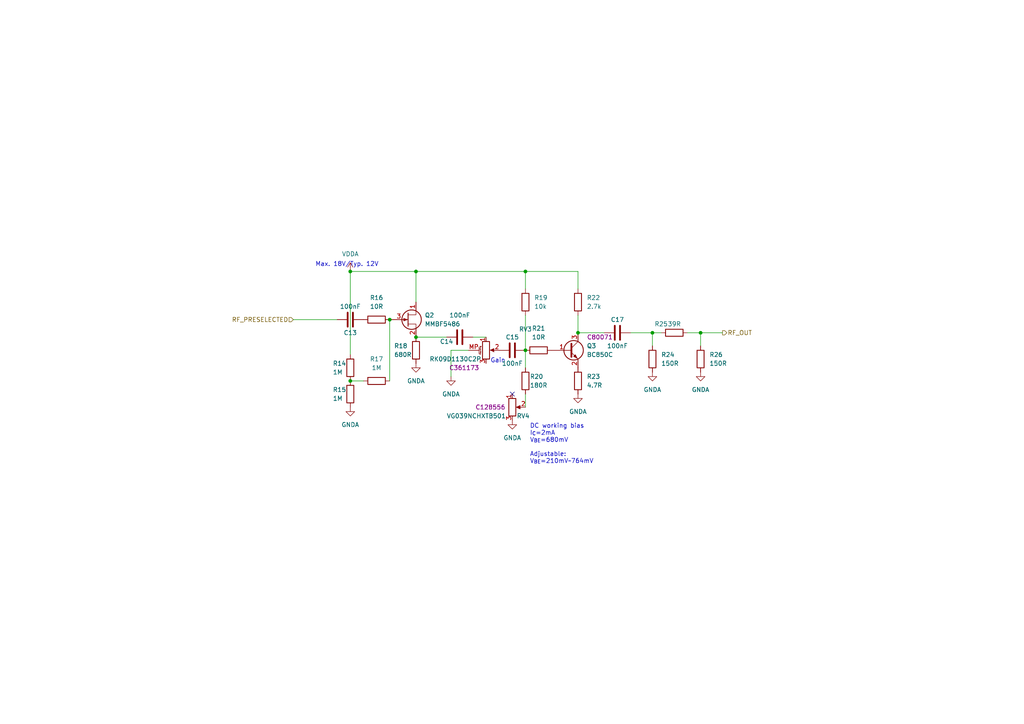
<source format=kicad_sch>
(kicad_sch (version 20211123) (generator eeschema)
  (paper "A4")
  (title_block (title "Pre-amplifier") (rev "A0") (company "imi415"))
  (lib_symbols
    (symbol "Device:C" (pin_numbers hide) (pin_names (offset 0.254))
      (property "Reference" "C" (at 0.635 2.54 0))
      (property "Value" "C" (at 0.635 -2.54 0))
      (symbol "C_0_1"
        (polyline (pts (xy -2.032 -0.762) (xy 2.032 -0.762)) (stroke (width 0.508)))
        (polyline (pts (xy -2.032 0.762) (xy 2.032 0.762)) (stroke (width 0.508)))
      )
      (symbol "C_1_1"
        (pin passive line (at 0 3.81 270) (length 2.794) (name "~") (number "1"))
        (pin passive line (at 0 -3.81 90) (length 2.794) (name "~") (number "2"))
      )
    )
    (symbol "Device:Q_NJFET_DSG" (pin_names (offset 0) hide)
      (property "Reference" "Q" (at 5.08 1.27 0))
      (property "Value" "Q_NJFET_DSG" (at 5.08 -1.27 0))
      (symbol "Q_NJFET_DSG_0_1"
        (polyline (pts (xy 0.254 1.905) (xy 0.254 -1.905) (xy 0.254 -1.905)) (stroke (width 0.254)))
        (polyline (pts (xy 2.54 -2.54) (xy 2.54 -1.27) (xy 0.254 -1.27)))
        (polyline (pts (xy 2.54 2.54) (xy 2.54 1.397) (xy 0.254 1.397)))
        (polyline (pts (xy 0 0) (xy -1.016 0.381) (xy -1.016 -0.381) (xy 0 0)) (fill (type outline)))
        (circle (center 1.27 0) (radius 2.8194) (stroke (width 0.254)))
      )
      (symbol "Q_NJFET_DSG_1_1"
        (pin passive line (at 2.54 5.08 270) (length 2.54) (name "D") (number "1"))
        (pin passive line (at 2.54 -5.08 90) (length 2.54) (name "S") (number "2"))
        (pin input line (at -5.08 0 0) (length 5.334) (name "G") (number "3"))
      )
    )
    (symbol "Device:Q_NPN_BEC" (pin_names (offset 0) hide)
      (property "Reference" "Q" (at 5.08 1.27 0))
      (property "Value" "Q_NPN_BEC" (at 5.08 -1.27 0))
      (symbol "Q_NPN_BEC_0_1"
        (polyline (pts (xy 0.635 0.635) (xy 2.54 2.54)))
        (polyline (pts (xy 0.635 -0.635) (xy 2.54 -2.54) (xy 2.54 -2.54)))
        (polyline (pts (xy 0.635 1.905) (xy 0.635 -1.905) (xy 0.635 -1.905)) (stroke (width 0.508)))
        (polyline (pts (xy 1.27 -1.778) (xy 1.778 -1.27) (xy 2.286 -2.286) (xy 1.27 -1.778) (xy 1.27 -1.778)) (fill (type outline)))
        (circle (center 1.27 0) (radius 2.8194) (stroke (width 0.254)))
      )
      (symbol "Q_NPN_BEC_1_1"
        (pin input line (at -5.08 0 0) (length 5.715) (name "B") (number "1"))
        (pin passive line (at 2.54 -5.08 90) (length 2.54) (name "E") (number "2"))
        (pin passive line (at 2.54 5.08 270) (length 2.54) (name "C") (number "3"))
      )
    )
    (symbol "Device:R" (pin_numbers hide) (pin_names (offset 0))
      (property "Reference" "R" (at 2.032 0 90))
      (property "Value" "R" (at 0 0 90))
      (symbol "R_0_1"
        (rectangle (start -1.016 -2.54) (end 1.016 2.54) (stroke (width 0.254)))
      )
      (symbol "R_1_1"
        (pin passive line (at 0 3.81 270) (length 1.27) (name "~") (number "1"))
        (pin passive line (at 0 -3.81 90) (length 1.27) (name "~") (number "2"))
      )
    )
    (symbol "Device:R_Potentiometer" (pin_names (offset 1.016) hide)
      (property "Reference" "RV" (at -4.445 0 90))
      (property "Value" "R_Potentiometer" (at -2.54 0 90))
      (symbol "R_Potentiometer_0_1"
        (polyline (pts (xy 2.54 0) (xy 1.524 0)))
        (polyline (pts (xy 1.143 0) (xy 2.286 0.508) (xy 2.286 -0.508) (xy 1.143 0)) (fill (type outline)))
        (rectangle (start 1.016 2.54) (end -1.016 -2.54) (stroke (width 0.254)))
      )
      (symbol "R_Potentiometer_1_1"
        (pin passive line (at 0 3.81 270) (length 1.27) (name "1") (number "1"))
        (pin passive line (at 3.81 0 180) (length 1.27) (name "2") (number "2"))
        (pin passive line (at 0 -3.81 90) (length 1.27) (name "3") (number "3"))
      )
    )
    (symbol "Device:R_Potentiometer_MountingPin" (pin_names (offset 1.016) hide)
      (property "Reference" "RV" (at -8.255 0 90))
      (property "Value" "R_Potentiometer_MountingPin" (at -6.35 0 90))
      (symbol "R_Potentiometer_MountingPin_0_1"
        (polyline (pts (xy 2.54 0) (xy 1.524 0)))
        (polyline (pts (xy 1.143 0) (xy 2.286 0.508) (xy 2.286 -0.508)) (fill (type outline)))
        (rectangle (start 1.016 2.54) (end -1.016 -2.54) (stroke (width 0.254)))
      )
      (symbol "R_Potentiometer_MountingPin_1_1"
        (polyline (pts (xy -2.032 1.016) (xy -2.032 -1.016)) (stroke (width 0.1524)))
        (text "Mounting" (at -1.651 0 900) (effects (font (size 0.381 0.381))))
        (pin passive line (at 0 3.81 270) (length 1.27) (name "1") (number "1"))
        (pin passive line (at 3.81 0 180) (length 1.27) (name "2") (number "2"))
        (pin passive line (at 0 -3.81 90) (length 1.27) (name "3") (number "3"))
        (pin passive line (at -5.08 0 0) (length 3.048) (name "MountPin") (number "MP"))
      )
    )
    (symbol "power:GNDA" (power) (pin_names (offset 0))
      (property "Value" "GNDA" (at 0 -3.81 0))
      (symbol "GNDA_0_1"
        (polyline (pts (xy 0 0) (xy 0 -1.27) (xy 1.27 -1.27) (xy 0 -2.54) (xy -1.27 -1.27) (xy 0 -1.27)))
      )
      (symbol "GNDA_1_1"
        (pin power_in line (at 0 0 270) (length 0) hide (name "GNDA") (number "1"))
      )
    )
    (symbol "power:VDDA" (power) (pin_names (offset 0))
      (property "Value" "VDDA" (at 0 3.81 0))
      (symbol "VDDA_0_1"
        (polyline (pts (xy -0.762 1.27) (xy 0 2.54)))
        (polyline (pts (xy 0 0) (xy 0 2.54)))
        (polyline (pts (xy 0 2.54) (xy 0.762 1.27)))
      )
      (symbol "VDDA_1_1"
        (pin power_in line (at 0 0 90) (length 0) hide (name "VDDA") (number "1"))
      )
    )
  )
  (junction (at 120.65 78.74))
  (junction (at 167.64 96.52))
  (junction (at 189.23 96.52))
  (junction (at 152.4 78.74))
  (junction (at 203.2 96.52))
  (junction (at 101.6 78.74))
  (junction (at 152.4 101.6))
  (junction (at 113.03 92.71))
  (junction (at 120.65 97.79))
  (junction (at 101.6 110.49))
  (no_connect (at 148.59 114.3))
  (wire (pts (xy 101.6 78.74) (xy 101.6 102.87)))
  (wire (pts (xy 120.65 78.74) (xy 120.65 87.63)))
  (wire (pts (xy 130.81 101.6) (xy 130.81 109.22)))
  (wire (pts (xy 189.23 96.52) (xy 191.77 96.52)))
  (wire (pts (xy 152.4 101.6) (xy 152.4 106.68)))
  (wire (pts (xy 152.4 91.44) (xy 152.4 101.6)))
  (wire (pts (xy 135.89 101.6) (xy 130.81 101.6)))
  (wire (pts (xy 85.09 92.71) (xy 97.79 92.71)))
  (wire (pts (xy 182.88 96.52) (xy 189.23 96.52)))
  (wire (pts (xy 113.03 92.71) (xy 113.03 110.49)))
  (wire (pts (xy 152.4 114.3) (xy 152.4 118.11)))
  (wire (pts (xy 120.65 78.74) (xy 152.4 78.74)))
  (wire (pts (xy 137.16 97.79) (xy 140.97 97.79)))
  (wire (pts (xy 120.65 97.79) (xy 129.54 97.79)))
  (wire (pts (xy 101.6 110.49) (xy 105.41 110.49)))
  (wire (pts (xy 189.23 96.52) (xy 189.23 100.33)))
  (wire (pts (xy 167.64 96.52) (xy 175.26 96.52)))
  (wire (pts (xy 167.64 78.74) (xy 167.64 83.82)))
  (wire (pts (xy 167.64 91.44) (xy 167.64 96.52)))
  (wire (pts (xy 152.4 78.74) (xy 152.4 83.82)))
  (wire (pts (xy 203.2 96.52) (xy 209.55 96.52)))
  (wire (pts (xy 199.39 96.52) (xy 203.2 96.52)))
  (wire (pts (xy 203.2 96.52) (xy 203.2 100.33)))
  (wire (pts (xy 152.4 78.74) (xy 167.64 78.74)))
  (wire (pts (xy 101.6 78.74) (xy 120.65 78.74)))
  (text "DC working bias\nI_{C}=2mA\nV_{BE}=680mV\n\nAdjustable:\nV_{BE}=210mV~764mV" (at 153.67 134.62 0) (effects (font (size 1.27 1.27)) (justify left bottom)))
  (text "Gain" (at 142.24 105.41 0) (effects (font (size 1.27 1.27)) (justify left bottom)))
  (text "Max. 18V/Typ. 12V" (at 91.44 77.47 0) (effects (font (size 1.27 1.27)) (justify left bottom)))
  (hierarchical_label "RF_OUT" (shape output) (at 209.55 96.52 0))
  (hierarchical_label "RF_PRESELECTED" (shape input) (at 85.09 92.71 180))
  (symbol (lib_id "power:GNDA") (at 167.64 114.3 0) (unit 1)
    (property "Reference" "#PWR0131" (effects hide))
    (property "Value" "GNDA" (at 167.64 119.38 0))
  )
  (symbol (lib_id "Device:C") (at 148.59 101.6 90) (unit 1)
    (property "Reference" "C15" (at 148.59 97.79 90))
    (property "Value" "100nF" (at 148.59 105.41 90))
    (property "Footprint" "Capacitor_SMD:C_0603_1608Metric" (effects hide))
  )
  (symbol (lib_id "power:GNDA") (at 203.2 107.95 0) (unit 1)
    (property "Reference" "#PWR0129" (effects hide))
    (property "Value" "GNDA" (at 203.2 113.03 0))
  )
  (symbol (lib_id "Device:R") (at 189.23 104.14 0) (unit 1)
    (property "Reference" "R24" (at 191.77 102.8699 0) (effects (justify left)))
    (property "Value" "150R" (at 191.77 105.4099 0) (effects (justify left)))
    (property "Footprint" "Resistor_SMD:R_0603_1608Metric" (effects hide))
  )
  (symbol (lib_id "Device:R") (at 156.21 101.6 90) (unit 1)
    (property "Reference" "R21" (at 156.21 95.25 90))
    (property "Value" "10R" (at 156.21 97.79 90))
    (property "Footprint" "Resistor_SMD:R_0603_1608Metric" (effects hide))
  )
  (symbol (lib_id "Device:C") (at 133.35 97.79 90) (unit 1)
    (property "Reference" "C14" (at 129.54 99.06 90))
    (property "Value" "100nF" (at 133.35 91.44 90))
    (property "Footprint" "Capacitor_SMD:C_0603_1608Metric" (effects hide))
  )
  (symbol (lib_id "Device:Q_NPN_BEC") (at 165.1 101.6 0) (unit 1)
    (property "Reference" "Q3" (at 170.18 100.3299 0) (effects (justify left)))
    (property "Value" "BC850C" (at 170.18 102.8699 0) (effects (justify left)))
    (property "Footprint" "Package_TO_SOT_SMD:TSOT-23" (effects hide))
    (property "MPN" "C80071" (at 173.99 97.79 0))
  )
  (symbol (lib_id "power:GNDA") (at 101.6 118.11 0) (unit 1)
    (property "Reference" "#PWR0125" (effects hide))
    (property "Value" "GNDA" (at 101.6 123.19 0))
  )
  (symbol (lib_id "Device:R") (at 120.65 101.6 0) (unit 1)
    (property "Reference" "R18" (at 114.3 100.33 0) (effects (justify left)))
    (property "Value" "680R" (at 114.3 102.87 0) (effects (justify left)))
    (property "Footprint" "Resistor_SMD:R_0603_1608Metric" (effects hide))
  )
  (symbol (lib_id "Device:R") (at 195.58 96.52 90) (unit 1)
    (property "Reference" "R25" (at 191.77 93.98 90))
    (property "Value" "39R" (at 195.58 93.98 90))
    (property "Footprint" "Resistor_SMD:R_0603_1608Metric" (effects hide))
  )
  (symbol (lib_id "Device:R") (at 152.4 87.63 0) (unit 1)
    (property "Reference" "R19" (at 154.94 86.3599 0) (effects (justify left)))
    (property "Value" "10k" (at 154.94 88.8999 0) (effects (justify left)))
    (property "Footprint" "Resistor_SMD:R_0603_1608Metric" (effects hide))
  )
  (symbol (lib_id "power:GNDA") (at 189.23 107.95 0) (unit 1)
    (property "Reference" "#PWR0127" (effects hide))
    (property "Value" "GNDA" (at 189.23 113.03 0))
  )
  (symbol (lib_id "Device:C") (at 101.6 92.71 90) (unit 1)
    (property "Reference" "C13" (at 101.6 96.52 90))
    (property "Value" "100nF" (at 101.6 88.9 90))
    (property "Footprint" "Capacitor_SMD:C_0603_1608Metric" (effects hide))
  )
  (symbol (lib_id "Device:R") (at 167.64 87.63 0) (unit 1)
    (property "Reference" "R22" (at 170.18 86.3599 0) (effects (justify left)))
    (property "Value" "2.7k" (at 170.18 88.8999 0) (effects (justify left)))
    (property "Footprint" "Resistor_SMD:R_0603_1608Metric" (effects hide))
  )
  (symbol (lib_id "power:VDDA") (at 101.6 78.74 0) (unit 1)
    (property "Reference" "#PWR0120" (effects hide))
    (property "Value" "VDDA" (at 101.6 73.66 0))
  )
  (symbol (lib_id "Device:Q_NJFET_DSG") (at 118.11 92.71 0) (unit 1)
    (property "Reference" "Q2" (at 123.19 91.4399 0) (effects (justify left)))
    (property "Value" "MMBF5486" (at 123.19 93.9799 0) (effects (justify left)))
    (property "Footprint" "Package_TO_SOT_SMD:TSOT-23" (effects hide))
  )
  (symbol (lib_id "Device:R") (at 203.2 104.14 0) (unit 1)
    (property "Reference" "R26" (at 205.74 102.8699 0) (effects (justify left)))
    (property "Value" "150R" (at 205.74 105.4099 0) (effects (justify left)))
    (property "Footprint" "Resistor_SMD:R_0603_1608Metric" (effects hide))
  )
  (symbol (lib_id "Device:R") (at 101.6 114.3 180) (unit 1)
    (property "Reference" "R15" (at 96.52 113.03 0) (effects (justify right)))
    (property "Value" "1M" (at 96.52 115.57 0) (effects (justify right)))
    (property "Footprint" "Resistor_SMD:R_0603_1608Metric" (effects hide))
  )
  (symbol (lib_id "power:GNDA") (at 148.59 121.92 0) (unit 1)
    (property "Reference" "#PWR0130" (effects hide))
    (property "Value" "GNDA" (at 148.59 127 0))
  )
  (symbol (lib_id "power:GNDA") (at 130.81 109.22 0) (unit 1)
    (property "Reference" "#PWR0126" (effects hide))
    (property "Value" "GNDA" (at 130.81 114.3 0))
  )
  (symbol (lib_id "power:GNDA") (at 120.65 105.41 0) (unit 1)
    (property "Reference" "#PWR0123" (effects hide))
    (property "Value" "GNDA" (at 120.65 110.49 0))
  )
  (symbol (lib_id "Device:C") (at 179.07 96.52 90) (unit 1)
    (property "Reference" "C17" (at 179.07 92.71 90))
    (property "Value" "100nF" (at 179.07 100.33 90))
    (property "Footprint" "Capacitor_SMD:C_0603_1608Metric" (effects hide))
  )
  (symbol (lib_id "Device:R_Potentiometer") (at 148.59 118.11 0) (unit 1)
    (property "Reference" "RV4" (at 149.86 120.65 0) (effects (justify left)))
    (property "Value" "VG039NCHXTB501" (at 129.54 120.65 0) (effects (justify left)))
    (property "Footprint" "Potentiometer_SMD:Potentiometer_Bourns_TC33X_Vertical" (effects hide))
    (property "MPN" "C128556" (at 142.24 118.11 0))
  )
  (symbol (lib_id "Device:R") (at 109.22 92.71 90) (unit 1)
    (property "Reference" "R16" (at 109.22 86.36 90))
    (property "Value" "10R" (at 109.22 88.9 90))
    (property "Footprint" "Resistor_SMD:R_0603_1608Metric" (effects hide))
  )
  (symbol (lib_id "Device:R") (at 152.4 110.49 0) (unit 1)
    (property "Reference" "R20" (at 153.67 109.22 0) (effects (justify left)))
    (property "Value" "180R" (at 153.67 111.76 0) (effects (justify left)))
    (property "Footprint" "Resistor_SMD:R_0603_1608Metric" (effects hide))
  )
  (symbol (lib_id "Device:R_Potentiometer_MountingPin") (at 140.97 101.6 0) (unit 1)
    (property "Reference" "RV3" (at 152.4 95.4786 0))
    (property "Value" "RK09D1130C2P" (at 132.08 104.14 0))
    (property "Footprint" "Potentiometer_THT:Potentiometer_Alps_RK09K_Single_Vertical" (effects hide))
    (property "MPN" "C361173" (at 134.62 106.68 0))
  )
  (symbol (lib_id "Device:R") (at 109.22 110.49 270) (unit 1)
    (property "Reference" "R17" (at 109.22 104.14 90))
    (property "Value" "1M" (at 109.22 106.68 90))
    (property "Footprint" "Resistor_SMD:R_0603_1608Metric" (effects hide))
  )
  (symbol (lib_id "Device:R") (at 167.64 110.49 0) (unit 1)
    (property "Reference" "R23" (at 170.18 109.2199 0) (effects (justify left)))
    (property "Value" "4.7R" (at 170.18 111.7599 0) (effects (justify left)))
    (property "Footprint" "Resistor_SMD:R_0603_1608Metric" (effects hide))
  )
  (symbol (lib_id "Device:R") (at 101.6 106.68 180) (unit 1)
    (property "Reference" "R14" (at 96.52 105.41 0) (effects (justify right)))
    (property "Value" "1M" (at 96.52 107.95 0) (effects (justify right)))
    (property "Footprint" "Resistor_SMD:R_0603_1608Metric" (effects hide))
  )
)
</source>
